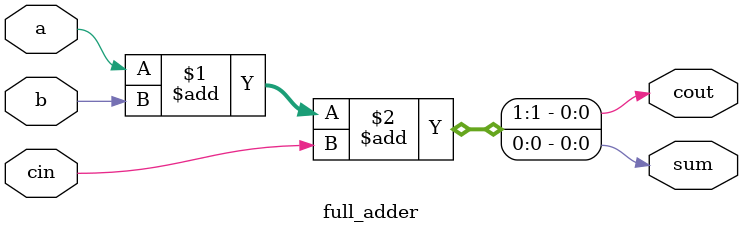
<source format=v>
module	adder_8bit(
    input [7:0] a, b, 
    input cin, 
    output [7:0] sum, 
    output cout);
    
    wire [8:0] c;

    full_adder FA0 (.a(a[0]), .b(b[0]), .cin(cin), .sum(sum[0]), .cout(c[0]));
    full_adder FA1 (.a(a[1]), .b(b[1]), .cin(c[0]), .sum(sum[1]), .cout(c[1]));
    full_adder FA2 (.a(a[2]), .b(b[2]), .cin(c[1]), .sum(sum[2]), .cout(c[2]));
    full_adder FA3 (.a(a[3]), .b(b[3]), .cin(c[2]), .sum(sum[3]), .cout(c[3]));
    full_adder FA4 (.a(a[4]), .b(b[4]), .cin(c[3]), .sum(sum[4]), .cout(c[4]));
    full_adder FA5 (.a(a[5]), .b(b[5]), .cin(c[4]), .sum(sum[5]), .cout(c[5]));
    full_adder FA6 (.a(a[6]), .b(b[6]), .cin(c[5]), .sum(sum[6]), .cout(c[6]));
    full_adder FA7 (.a(a[7]), .b(b[7]), .cin(c[6]), .sum(sum[7]), .cout(c[7]));

    assign cout = c[7]; 
endmodule
module	full_adder (input a, b, cin, output sum, output cout);
    assign {cout, sum} = a + b + cin;
endmodule

</source>
